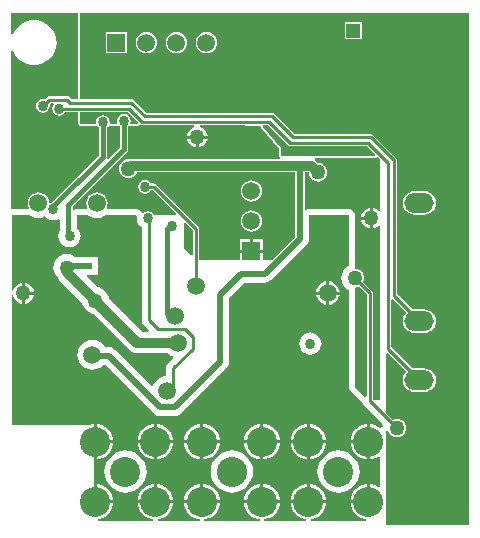
<source format=gbl>
%FSLAX25Y25*%
%MOIN*%
G70*
G01*
G75*
G04 Layer_Physical_Order=2*
G04 Layer_Color=16711680*
%ADD10R,0.03937X0.03937*%
%ADD11R,0.06102X0.09449*%
%ADD12R,0.05315X0.03740*%
%ADD13R,0.03543X0.03740*%
%ADD14R,0.03740X0.05315*%
%ADD15R,0.03937X0.03937*%
%ADD16R,0.03543X0.02559*%
%ADD17O,0.06693X0.01378*%
%ADD18R,0.06300X0.05500*%
%ADD19R,0.05512X0.04134*%
%ADD20R,0.04134X0.05512*%
%ADD21R,0.02000X0.02000*%
%ADD22O,0.02362X0.08661*%
%ADD23O,0.09843X0.02756*%
%ADD24C,0.01000*%
%ADD25C,0.01600*%
%ADD26C,0.02000*%
%ADD27C,0.03200*%
%ADD28C,0.02800*%
%ADD29C,0.04724*%
%ADD30R,0.04724X0.04724*%
%ADD31O,0.09843X0.06693*%
%ADD32C,0.05906*%
%ADD33R,0.05906X0.05906*%
%ADD34R,0.05906X0.05906*%
%ADD35C,0.10000*%
%ADD36C,0.05000*%
%ADD37C,0.03150*%
%ADD38C,0.02400*%
%ADD39C,0.03400*%
%ADD40R,0.02000X0.02000*%
G36*
X324707Y333207D02*
X324707Y333207D01*
X325071Y332964D01*
X325500Y332878D01*
X350926D01*
X353777Y330028D01*
X353585Y329566D01*
X322500D01*
Y332385D01*
X316261Y339422D01*
X316466Y339879D01*
X318035D01*
X324707Y333207D01*
D02*
G37*
G36*
X350879Y283535D02*
Y249659D01*
X350416Y249467D01*
X347039Y252845D01*
Y284958D01*
X346988Y285217D01*
X346932Y285496D01*
X347223Y285903D01*
X347809Y285980D01*
X348251Y286163D01*
X350879Y283535D01*
D02*
G37*
G36*
X275728Y339964D02*
X276157Y339878D01*
X276157Y339879D01*
X293336D01*
X293434Y339388D01*
X292635Y339057D01*
X291904Y338496D01*
X291343Y337765D01*
X290990Y336914D01*
X290936Y336500D01*
X297864D01*
X297810Y336914D01*
X297457Y337765D01*
X296896Y338496D01*
X296165Y339057D01*
X295366Y339388D01*
X295464Y339879D01*
X305350D01*
X315373Y339578D01*
X315612Y339461D01*
X315658Y339331D01*
X315653Y339192D01*
X315736Y339105D01*
X315775Y338992D01*
X321851Y332139D01*
Y329566D01*
X322019Y329159D01*
X321741Y328743D01*
X272500D01*
X271750Y328594D01*
X271500Y328627D01*
X270691Y328520D01*
X269937Y328208D01*
X269289Y327711D01*
X268792Y327063D01*
X268480Y326309D01*
X268373Y325500D01*
X268480Y324691D01*
X268792Y323937D01*
X269289Y323289D01*
X269937Y322792D01*
X270691Y322480D01*
X271500Y322373D01*
X272309Y322480D01*
X273063Y322792D01*
X273711Y323289D01*
X274208Y323937D01*
X274341Y324257D01*
X327008D01*
Y322235D01*
Y302815D01*
X319193Y295000D01*
X316453D01*
Y297500D01*
X308547D01*
Y295000D01*
X295122D01*
Y305500D01*
X295122Y305500D01*
X295036Y305929D01*
X294793Y306293D01*
X280836Y320250D01*
X280472Y320493D01*
X280043Y320578D01*
X280043Y320578D01*
X279060D01*
X278701Y321115D01*
X277941Y321623D01*
X277043Y321802D01*
X276146Y321623D01*
X275385Y321115D01*
X274877Y320354D01*
X274698Y319457D01*
X274877Y318559D01*
X275385Y317798D01*
X276146Y317290D01*
X277043Y317112D01*
X277941Y317290D01*
X278701Y317798D01*
X279060Y318335D01*
X279579D01*
X287452Y310462D01*
X287261Y310000D01*
X280098D01*
X279658Y310658D01*
X278897Y311167D01*
X278000Y311345D01*
X277103Y311167D01*
X276453Y310732D01*
X275970Y310862D01*
X275968Y310865D01*
X275917Y310910D01*
X275883Y310969D01*
X275554Y311345D01*
X275500Y311386D01*
X275463Y311442D01*
X275186Y311627D01*
X274922Y311829D01*
X274857Y311846D01*
X274801Y311884D01*
X274475Y311949D01*
X274154Y312035D01*
X274087Y312026D01*
X274021Y312039D01*
X264483D01*
X264206Y312455D01*
X264461Y313073D01*
X264583Y314000D01*
X264461Y314927D01*
X264103Y315792D01*
X263534Y316534D01*
X262792Y317103D01*
X261927Y317461D01*
X261000Y317583D01*
X260073Y317461D01*
X259208Y317103D01*
X258466Y316534D01*
X257897Y315792D01*
X257539Y314927D01*
X257417Y314000D01*
X257539Y313073D01*
X257794Y312455D01*
X257517Y312039D01*
X254324D01*
X253544Y311884D01*
X253368Y311767D01*
X252927Y312002D01*
Y312909D01*
X271009Y330991D01*
X271009Y330991D01*
X271319Y331454D01*
X271427Y332000D01*
X271427Y332000D01*
Y339688D01*
X271658Y339842D01*
X272001Y339865D01*
X272001D01*
X272017Y339846D01*
Y339846D01*
X272019Y339844D01*
D01*
X272037Y339821D01*
X272037Y339821D01*
X272037Y339821D01*
Y339821D01*
X272240Y339737D01*
X272433Y339634D01*
X272465Y339644D01*
X272497Y339631D01*
X274637D01*
X274757Y339680D01*
X274886D01*
X274977Y339772D01*
X275096Y339821D01*
X275129Y339899D01*
X275607Y340044D01*
X275728Y339964D01*
D02*
G37*
G36*
X355500Y328304D02*
Y311617D01*
X355027Y311457D01*
X354996Y311496D01*
X354265Y312057D01*
X353414Y312410D01*
X353000Y312464D01*
Y309000D01*
Y305536D01*
X353414Y305590D01*
X354265Y305943D01*
X354996Y306504D01*
X355027Y306543D01*
X355500Y306382D01*
Y248500D01*
X353121D01*
Y284000D01*
X353122Y284000D01*
X353036Y284429D01*
X352793Y284793D01*
X352793Y284793D01*
X349837Y287749D01*
X350020Y288191D01*
X350127Y289000D01*
X350020Y289809D01*
X349708Y290563D01*
X349211Y291211D01*
X348563Y291708D01*
X347809Y292020D01*
X347223Y292097D01*
X346932Y292504D01*
X346988Y292783D01*
X347039Y293042D01*
Y310000D01*
X346884Y310780D01*
X346442Y311442D01*
X345780Y311884D01*
X345000Y312039D01*
X331665D01*
X330884Y311884D01*
X330711Y311768D01*
X330270Y312004D01*
Y322235D01*
Y324257D01*
X331571D01*
X331605Y324223D01*
X331704Y323466D01*
X332017Y322712D01*
X332513Y322065D01*
X333161Y321568D01*
X333915Y321255D01*
X334724Y321149D01*
X335534Y321255D01*
X336288Y321568D01*
X336935Y322065D01*
X337432Y322712D01*
X337745Y323466D01*
X337851Y324276D01*
X337745Y325085D01*
X337432Y325839D01*
X336935Y326486D01*
X336288Y326983D01*
X335534Y327296D01*
X334777Y327395D01*
X334086Y328086D01*
X333560Y328438D01*
X333705Y328916D01*
X353585D01*
X353705Y328966D01*
X353834D01*
X353925Y329057D01*
X354045Y329106D01*
X354064Y329153D01*
X354554Y329250D01*
X355500Y328304D01*
D02*
G37*
G36*
X292879Y305035D02*
Y296775D01*
X292417Y296584D01*
X290000Y299000D01*
Y307261D01*
X290462Y307452D01*
X292879Y305035D01*
D02*
G37*
G36*
X345000Y293042D02*
X344731Y292931D01*
X343791Y292209D01*
X343069Y291269D01*
X342616Y290175D01*
X342461Y289000D01*
X342616Y287825D01*
X343069Y286731D01*
X343791Y285791D01*
X344731Y285069D01*
X345000Y284958D01*
Y252000D01*
X349563Y247437D01*
X349645Y247024D01*
X350198Y246198D01*
X356180Y240215D01*
X356367Y239763D01*
X356225Y239621D01*
X356058Y239510D01*
X355946Y239342D01*
X355804Y239200D01*
D01*
Y239200D01*
Y239200D01*
X355804Y239200D01*
Y239200D01*
X355498Y238981D01*
X354850Y239513D01*
X353807Y240070D01*
X352676Y240413D01*
X352000Y240480D01*
Y234500D01*
Y228520D01*
X352676Y228587D01*
X353807Y228930D01*
X354850Y229487D01*
X355009Y229618D01*
X355461Y229404D01*
Y219596D01*
X355009Y219382D01*
X354850Y219513D01*
X353807Y220070D01*
X352676Y220413D01*
X352000Y220480D01*
Y214500D01*
X351500D01*
Y214000D01*
X345520D01*
X345587Y213324D01*
X345930Y212193D01*
X346487Y211151D01*
X347237Y210237D01*
X348150Y209487D01*
X349193Y208930D01*
X350324Y208587D01*
X350714Y208548D01*
X350690Y208049D01*
X332310D01*
X332286Y208548D01*
X332676Y208587D01*
X333807Y208930D01*
X334850Y209487D01*
X335763Y210237D01*
X336513Y211151D01*
X337070Y212193D01*
X337413Y213324D01*
X337480Y214000D01*
X325520D01*
X325587Y213324D01*
X325930Y212193D01*
X326487Y211151D01*
X327237Y210237D01*
X328151Y209487D01*
X329193Y208930D01*
X330324Y208587D01*
X330714Y208548D01*
X330690Y208049D01*
X316810D01*
X316786Y208548D01*
X317176Y208587D01*
X318307Y208930D01*
X319350Y209487D01*
X320263Y210237D01*
X321013Y211151D01*
X321570Y212193D01*
X321913Y213324D01*
X321980Y214000D01*
X310020D01*
X310087Y213324D01*
X310430Y212193D01*
X310987Y211151D01*
X311737Y210237D01*
X312650Y209487D01*
X313693Y208930D01*
X314824Y208587D01*
X315214Y208548D01*
X315190Y208049D01*
X296810D01*
X296786Y208548D01*
X297176Y208587D01*
X298307Y208930D01*
X299349Y209487D01*
X300263Y210237D01*
X301013Y211151D01*
X301570Y212193D01*
X301913Y213324D01*
X301980Y214000D01*
X290020D01*
X290087Y213324D01*
X290430Y212193D01*
X290987Y211151D01*
X291737Y210237D01*
X292651Y209487D01*
X293693Y208930D01*
X294824Y208587D01*
X295214Y208548D01*
X295190Y208049D01*
X281310D01*
X281286Y208548D01*
X281676Y208587D01*
X282807Y208930D01*
X283850Y209487D01*
X284763Y210237D01*
X285513Y211151D01*
X286070Y212193D01*
X286413Y213324D01*
X286480Y214000D01*
X274520D01*
X274587Y213324D01*
X274930Y212193D01*
X275487Y211151D01*
X276237Y210237D01*
X277151Y209487D01*
X278193Y208930D01*
X279324Y208587D01*
X279714Y208548D01*
X279690Y208049D01*
X261310D01*
X261286Y208548D01*
X261676Y208587D01*
X262807Y208930D01*
X263849Y209487D01*
X264763Y210237D01*
X265513Y211151D01*
X266070Y212193D01*
X266413Y213324D01*
X266480Y214000D01*
X260500D01*
Y214500D01*
X260000D01*
Y220852D01*
Y228018D01*
Y228148D01*
Y234500D01*
Y240480D01*
X259324Y240413D01*
X258193Y240070D01*
X258062Y240000D01*
X232549D01*
Y283374D01*
X233048Y283407D01*
X233090Y283086D01*
X233443Y282235D01*
X234004Y281504D01*
X234283Y281289D01*
X234503Y281003D01*
X235088Y280554D01*
X235769Y280272D01*
X236000Y280242D01*
Y284000D01*
Y287464D01*
X235586Y287410D01*
X234735Y287057D01*
X234004Y286496D01*
X233443Y285765D01*
X233090Y284914D01*
X233048Y284593D01*
X232549Y284626D01*
Y310000D01*
X238577D01*
X239002Y309674D01*
X240207Y309175D01*
X241500Y309004D01*
X242793Y309175D01*
X243712Y309555D01*
X243861Y309361D01*
X244634Y308768D01*
X245534Y308395D01*
X246500Y308268D01*
X247466Y308395D01*
X248260Y308724D01*
X248676Y308446D01*
Y304914D01*
X248627Y304850D01*
X248254Y303950D01*
X248127Y302984D01*
X248254Y302018D01*
X248627Y301118D01*
X249220Y300345D01*
X249993Y299752D01*
X250893Y299379D01*
X251859Y299252D01*
X252825Y299379D01*
X253725Y299752D01*
X254498Y300345D01*
X255091Y301118D01*
X255464Y302018D01*
X255591Y302984D01*
X255464Y303950D01*
X255091Y304850D01*
X254498Y305623D01*
X254324Y305756D01*
Y310000D01*
X258077D01*
X258502Y309674D01*
X259707Y309175D01*
X261000Y309004D01*
X262293Y309175D01*
X263498Y309674D01*
X263923Y310000D01*
X274021D01*
X274350Y309624D01*
X274268Y309000D01*
X274395Y308034D01*
X274768Y307134D01*
X275361Y306361D01*
X275951Y305908D01*
Y275000D01*
X276145Y274025D01*
X276698Y273198D01*
X278302Y271593D01*
X278111Y271131D01*
X276004D01*
X264948Y282187D01*
X264884Y282675D01*
X264431Y283769D01*
X263709Y284709D01*
X262769Y285431D01*
X261675Y285884D01*
X261187Y285948D01*
X257623Y289512D01*
X257814Y289974D01*
X258500D01*
X258697Y290000D01*
X261500D01*
Y292803D01*
X261526Y293000D01*
X261500Y293197D01*
Y296000D01*
X258697D01*
X258500Y296026D01*
X253797D01*
X253269Y296431D01*
X252175Y296884D01*
X251000Y297039D01*
X249825Y296884D01*
X248731Y296431D01*
X247791Y295709D01*
X247069Y294769D01*
X246616Y293675D01*
X246461Y292500D01*
X246616Y291325D01*
X247069Y290231D01*
X247791Y289291D01*
X247821Y289267D01*
X247855Y289184D01*
X248432Y288433D01*
X256052Y280813D01*
X256116Y280325D01*
X256569Y279231D01*
X257291Y278291D01*
X258231Y277569D01*
X259325Y277116D01*
X259813Y277052D01*
X271933Y264932D01*
X272685Y264355D01*
X273560Y263993D01*
X274500Y263869D01*
X284596D01*
X285502Y263174D01*
X286194Y262887D01*
X286292Y262397D01*
X284698Y260802D01*
X284145Y259976D01*
X283951Y259000D01*
Y256423D01*
X283207Y256325D01*
X282002Y255826D01*
X280968Y255032D01*
X280174Y253998D01*
X279792Y253076D01*
X279301Y252978D01*
X267140Y265140D01*
X266513Y265620D01*
X266299Y265709D01*
X265783Y265923D01*
X265000Y266026D01*
X263805D01*
X263032Y267032D01*
X261998Y267826D01*
X260793Y268325D01*
X259500Y268495D01*
X258207Y268325D01*
X257002Y267826D01*
X255968Y267032D01*
X255174Y265998D01*
X254675Y264793D01*
X254504Y263500D01*
X254675Y262207D01*
X255174Y261002D01*
X255968Y259968D01*
X257002Y259174D01*
X258207Y258675D01*
X259500Y258505D01*
X260793Y258675D01*
X261998Y259174D01*
X263032Y259968D01*
X263037Y259974D01*
X263747D01*
X279860Y243860D01*
X280487Y243379D01*
X281217Y243077D01*
X282000Y242974D01*
X287000D01*
X287783Y243077D01*
X288299Y243291D01*
X288513Y243379D01*
X289140Y243860D01*
X304140Y258860D01*
X304140Y258860D01*
X304412Y259215D01*
X304621Y259487D01*
X304746Y259789D01*
X304923Y260217D01*
X305026Y261000D01*
Y282247D01*
X310253Y287474D01*
X317000D01*
X317783Y287577D01*
X318299Y287791D01*
X318513Y287879D01*
X319140Y288360D01*
X330779Y299999D01*
X330779Y299999D01*
X331148Y300480D01*
X331259Y300626D01*
X331562Y301356D01*
X331665Y302139D01*
X331665Y302139D01*
Y310000D01*
X345000D01*
Y293042D01*
D02*
G37*
G36*
X385000Y206622D02*
X357500D01*
Y238068D01*
X357990Y238165D01*
X358292Y237437D01*
X358789Y236789D01*
X359437Y236292D01*
X360191Y235980D01*
X361000Y235873D01*
X361809Y235980D01*
X362563Y236292D01*
X363211Y236789D01*
X363708Y237437D01*
X364020Y238191D01*
X364127Y239000D01*
X364020Y239809D01*
X363708Y240563D01*
X363211Y241211D01*
X362563Y241708D01*
X361809Y242020D01*
X361000Y242127D01*
X360191Y242020D01*
X359749Y241837D01*
X357500Y244086D01*
Y263733D01*
X357962Y263924D01*
X364106Y257781D01*
X363478Y256963D01*
X363080Y256003D01*
X362945Y254972D01*
X363080Y253942D01*
X363478Y252982D01*
X364111Y252158D01*
X364935Y251525D01*
X365895Y251128D01*
X366925Y250992D01*
X370075D01*
X371105Y251128D01*
X372065Y251525D01*
X372889Y252158D01*
X373522Y252982D01*
X373920Y253942D01*
X374055Y254972D01*
X373920Y256003D01*
X373522Y256963D01*
X372889Y257787D01*
X372065Y258420D01*
X371105Y258817D01*
X370075Y258953D01*
X366925D01*
X366201Y258858D01*
X359121Y265937D01*
Y281797D01*
X359583Y281988D01*
X364106Y277466D01*
X363478Y276648D01*
X363080Y275688D01*
X362945Y274658D01*
X363080Y273627D01*
X363478Y272667D01*
X364111Y271843D01*
X364935Y271210D01*
X365895Y270813D01*
X366925Y270677D01*
X370075D01*
X371105Y270813D01*
X372065Y271210D01*
X372889Y271843D01*
X373522Y272667D01*
X373920Y273627D01*
X374055Y274658D01*
X373920Y275688D01*
X373522Y276648D01*
X372889Y277472D01*
X372065Y278105D01*
X371105Y278502D01*
X370075Y278638D01*
X366925D01*
X366201Y278543D01*
X361122Y283622D01*
Y328219D01*
X361122Y328219D01*
X361036Y328648D01*
X360793Y329012D01*
X360793Y329012D01*
X352992Y336813D01*
X352628Y337056D01*
X352199Y337141D01*
X352199Y337141D01*
X326945D01*
X320293Y343793D01*
X319929Y344036D01*
X319500Y344122D01*
X319500Y344122D01*
X277450D01*
X273278Y348293D01*
X272915Y348536D01*
X272485Y348622D01*
X272485Y348622D01*
X255500D01*
Y377500D01*
X385000D01*
Y206622D01*
D02*
G37*
G36*
X268000Y339865D02*
X268342Y339842D01*
X268573Y339688D01*
Y332591D01*
X264775Y328793D01*
X264334Y329029D01*
X264427Y329500D01*
Y339188D01*
X264658Y339342D01*
X264918Y339731D01*
X265137Y339821D01*
X265339Y339737D01*
X265532Y339634D01*
X265565Y339644D01*
X265596Y339631D01*
X267503D01*
X267535Y339644D01*
X267567Y339634D01*
X267760Y339737D01*
X267963Y339821D01*
Y339821D01*
X267963Y339821D01*
X267963Y339821D01*
X267982Y339844D01*
Y339844D01*
X267984Y339846D01*
D01*
X268000Y339865D01*
Y339865D01*
D02*
G37*
G36*
X254851Y348622D02*
X252621D01*
X251950Y349293D01*
X251586Y349536D01*
X251157Y349622D01*
X251157Y349622D01*
X245000D01*
X245000Y349622D01*
X244571Y349536D01*
X244207Y349293D01*
X244207Y349293D01*
X243633Y348719D01*
X243000Y348845D01*
X242103Y348667D01*
X241342Y348158D01*
X240833Y347397D01*
X240655Y346500D01*
X240833Y345603D01*
X241342Y344842D01*
X242103Y344333D01*
X243000Y344155D01*
X243897Y344333D01*
X244658Y344842D01*
X245167Y345603D01*
X245345Y346500D01*
X245247Y346992D01*
X245564Y347378D01*
X246459D01*
X246694Y346937D01*
X246333Y346397D01*
X246155Y345500D01*
X246333Y344603D01*
X246842Y343842D01*
X247603Y343333D01*
X248500Y343155D01*
X249397Y343333D01*
X250158Y343842D01*
X250517Y344378D01*
X254851D01*
Y340280D01*
X255041Y339821D01*
X255500Y339631D01*
X260404D01*
X260435Y339644D01*
X260468Y339634D01*
X260661Y339737D01*
X260863Y339821D01*
X261082Y339731D01*
X261342Y339342D01*
X261573Y339188D01*
Y330091D01*
X245659Y314178D01*
X245603Y314167D01*
X245499Y314097D01*
X245043Y314304D01*
X244961Y314927D01*
X244603Y315792D01*
X244034Y316534D01*
X243292Y317103D01*
X242427Y317461D01*
X241500Y317583D01*
X240573Y317461D01*
X239708Y317103D01*
X238966Y316534D01*
X238397Y315792D01*
X238039Y314927D01*
X237917Y314000D01*
X238039Y313073D01*
X238295Y312455D01*
X238017Y312039D01*
X232549D01*
X232500Y312079D01*
Y364719D01*
X232995Y364792D01*
X233047Y364620D01*
X233742Y363319D01*
X234678Y362178D01*
X235819Y361242D01*
X237120Y360547D01*
X238532Y360119D01*
X240000Y359974D01*
X241468Y360119D01*
X242880Y360547D01*
X244181Y361242D01*
X245322Y362178D01*
X246258Y363319D01*
X246953Y364620D01*
X247381Y366032D01*
X247526Y367500D01*
X247381Y368968D01*
X246953Y370380D01*
X246258Y371681D01*
X245322Y372822D01*
X244181Y373758D01*
X242880Y374453D01*
X241468Y374881D01*
X240000Y375026D01*
X238532Y374881D01*
X237120Y374453D01*
X235819Y373758D01*
X234678Y372822D01*
X233742Y371681D01*
X233047Y370380D01*
X232995Y370208D01*
X232500Y370281D01*
Y377500D01*
X254851D01*
Y348622D01*
D02*
G37*
G36*
X274829Y340742D02*
X274637Y340280D01*
X272497D01*
X272179Y340667D01*
X272345Y341500D01*
X272167Y342397D01*
X271658Y343158D01*
X270897Y343667D01*
X270000Y343845D01*
X269103Y343667D01*
X268342Y343158D01*
X267833Y342397D01*
X267655Y341500D01*
X267821Y340667D01*
X267503Y340280D01*
X265596D01*
X265279Y340667D01*
X265345Y341000D01*
X265167Y341897D01*
X264658Y342658D01*
X263897Y343167D01*
X263000Y343345D01*
X262103Y343167D01*
X261342Y342658D01*
X260833Y341897D01*
X260655Y341000D01*
X260721Y340667D01*
X260404Y340280D01*
X255500D01*
Y344378D01*
X271192D01*
X274829Y340742D01*
D02*
G37*
%LPC*%
G36*
X301980Y234000D02*
X296500D01*
Y228520D01*
X297176Y228587D01*
X298307Y228930D01*
X299349Y229487D01*
X300263Y230237D01*
X301013Y231151D01*
X301570Y232193D01*
X301913Y233324D01*
X301980Y234000D01*
D02*
G37*
G36*
X315500D02*
X310020D01*
X310087Y233324D01*
X310430Y232193D01*
X310987Y231151D01*
X311737Y230237D01*
X312650Y229487D01*
X313693Y228930D01*
X314824Y228587D01*
X315500Y228520D01*
Y234000D01*
D02*
G37*
G36*
X321980D02*
X316500D01*
Y228520D01*
X317176Y228587D01*
X318307Y228930D01*
X319350Y229487D01*
X320263Y230237D01*
X321013Y231151D01*
X321570Y232193D01*
X321913Y233324D01*
X321980Y234000D01*
D02*
G37*
G36*
X286480D02*
X281000D01*
Y228520D01*
X281676Y228587D01*
X282807Y228930D01*
X283850Y229487D01*
X284763Y230237D01*
X285513Y231151D01*
X286070Y232193D01*
X286413Y233324D01*
X286480Y234000D01*
D02*
G37*
G36*
X295500Y240480D02*
X294824Y240413D01*
X293693Y240070D01*
X292651Y239513D01*
X291737Y238763D01*
X290987Y237849D01*
X290430Y236807D01*
X290087Y235676D01*
X290020Y235000D01*
X295500D01*
Y240480D01*
D02*
G37*
G36*
Y234000D02*
X290020D01*
X290087Y233324D01*
X290430Y232193D01*
X290987Y231151D01*
X291737Y230237D01*
X292651Y229487D01*
X293693Y228930D01*
X294824Y228587D01*
X295500Y228520D01*
Y234000D01*
D02*
G37*
G36*
X261000Y240480D02*
Y235000D01*
X266480D01*
X266413Y235676D01*
X266070Y236807D01*
X265513Y237849D01*
X264763Y238763D01*
X263849Y239513D01*
X262807Y240070D01*
X261676Y240413D01*
X261000Y240480D01*
D02*
G37*
G36*
X351000Y234000D02*
X345520D01*
X345587Y233324D01*
X345930Y232193D01*
X346487Y231151D01*
X347237Y230237D01*
X348150Y229487D01*
X349193Y228930D01*
X350324Y228587D01*
X351000Y228520D01*
Y234000D01*
D02*
G37*
G36*
X337480D02*
X332000D01*
Y228520D01*
X332676Y228587D01*
X333807Y228930D01*
X334850Y229487D01*
X335763Y230237D01*
X336513Y231151D01*
X337070Y232193D01*
X337413Y233324D01*
X337480Y234000D01*
D02*
G37*
G36*
X281000Y240480D02*
Y235000D01*
X286480D01*
X286413Y235676D01*
X286070Y236807D01*
X285513Y237849D01*
X284763Y238763D01*
X283850Y239513D01*
X282807Y240070D01*
X281676Y240413D01*
X281000Y240480D01*
D02*
G37*
G36*
X280000D02*
X279324Y240413D01*
X278193Y240070D01*
X277151Y239513D01*
X276237Y238763D01*
X275487Y237849D01*
X274930Y236807D01*
X274587Y235676D01*
X274520Y235000D01*
X280000D01*
Y240480D01*
D02*
G37*
G36*
X331000Y234000D02*
X325520D01*
X325587Y233324D01*
X325930Y232193D01*
X326487Y231151D01*
X327237Y230237D01*
X328151Y229487D01*
X329193Y228930D01*
X330324Y228587D01*
X331000Y228520D01*
Y234000D01*
D02*
G37*
G36*
X296500Y220480D02*
Y215000D01*
X301980D01*
X301913Y215676D01*
X301570Y216807D01*
X301013Y217849D01*
X300263Y218763D01*
X299349Y219513D01*
X298307Y220070D01*
X297176Y220413D01*
X296500Y220480D01*
D02*
G37*
G36*
X315500D02*
X314824Y220413D01*
X313693Y220070D01*
X312650Y219513D01*
X311737Y218763D01*
X310987Y217849D01*
X310430Y216807D01*
X310087Y215676D01*
X310020Y215000D01*
X315500D01*
Y220480D01*
D02*
G37*
G36*
X316500D02*
Y215000D01*
X321980D01*
X321913Y215676D01*
X321570Y216807D01*
X321013Y217849D01*
X320263Y218763D01*
X319350Y219513D01*
X318307Y220070D01*
X317176Y220413D01*
X316500Y220480D01*
D02*
G37*
G36*
X295500D02*
X294824Y220413D01*
X293693Y220070D01*
X292651Y219513D01*
X291737Y218763D01*
X290987Y217849D01*
X290430Y216807D01*
X290087Y215676D01*
X290020Y215000D01*
X295500D01*
Y220480D01*
D02*
G37*
G36*
X261000D02*
Y215000D01*
X266480D01*
X266413Y215676D01*
X266070Y216807D01*
X265513Y217849D01*
X264763Y218763D01*
X263849Y219513D01*
X262807Y220070D01*
X261676Y220413D01*
X261000Y220480D01*
D02*
G37*
G36*
X280000D02*
X279324Y220413D01*
X278193Y220070D01*
X277151Y219513D01*
X276237Y218763D01*
X275487Y217849D01*
X274930Y216807D01*
X274587Y215676D01*
X274520Y215000D01*
X280000D01*
Y220480D01*
D02*
G37*
G36*
X281000D02*
Y215000D01*
X286480D01*
X286413Y215676D01*
X286070Y216807D01*
X285513Y217849D01*
X284763Y218763D01*
X283850Y219513D01*
X282807Y220070D01*
X281676Y220413D01*
X281000Y220480D01*
D02*
G37*
G36*
X331000D02*
X330324Y220413D01*
X329193Y220070D01*
X328151Y219513D01*
X327237Y218763D01*
X326487Y217849D01*
X325930Y216807D01*
X325587Y215676D01*
X325520Y215000D01*
X331000D01*
Y220480D01*
D02*
G37*
G36*
X341500Y231534D02*
X340128Y231399D01*
X338808Y230998D01*
X337592Y230348D01*
X336526Y229474D01*
X335651Y228408D01*
X335001Y227192D01*
X334601Y225872D01*
X334466Y224500D01*
X334601Y223128D01*
X335001Y221808D01*
X335651Y220592D01*
X336526Y219526D01*
X337592Y218652D01*
X338808Y218002D01*
X340128Y217601D01*
X341500Y217466D01*
X342872Y217601D01*
X344192Y218002D01*
X345408Y218652D01*
X346474Y219526D01*
X347348Y220592D01*
X347998Y221808D01*
X348399Y223128D01*
X348534Y224500D01*
X348399Y225872D01*
X347998Y227192D01*
X347348Y228408D01*
X346474Y229474D01*
X345408Y230348D01*
X344192Y230998D01*
X342872Y231399D01*
X341500Y231534D01*
D02*
G37*
G36*
X266480Y234000D02*
X261000D01*
Y228520D01*
X261676Y228587D01*
X262807Y228930D01*
X263849Y229487D01*
X264763Y230237D01*
X265513Y231151D01*
X266070Y232193D01*
X266413Y233324D01*
X266480Y234000D01*
D02*
G37*
G36*
X280000D02*
X274520D01*
X274587Y233324D01*
X274930Y232193D01*
X275487Y231151D01*
X276237Y230237D01*
X277151Y229487D01*
X278193Y228930D01*
X279324Y228587D01*
X280000Y228520D01*
Y234000D01*
D02*
G37*
G36*
X306000Y231534D02*
X304628Y231399D01*
X303308Y230998D01*
X302092Y230348D01*
X301026Y229474D01*
X300151Y228408D01*
X299501Y227192D01*
X299101Y225872D01*
X298966Y224500D01*
X299101Y223128D01*
X299501Y221808D01*
X300151Y220592D01*
X301026Y219526D01*
X302092Y218652D01*
X303308Y218002D01*
X304628Y217601D01*
X306000Y217466D01*
X307372Y217601D01*
X308692Y218002D01*
X309908Y218652D01*
X310974Y219526D01*
X311848Y220592D01*
X312498Y221808D01*
X312899Y223128D01*
X313034Y224500D01*
X312899Y225872D01*
X312498Y227192D01*
X311848Y228408D01*
X310974Y229474D01*
X309908Y230348D01*
X308692Y230998D01*
X307372Y231399D01*
X306000Y231534D01*
D02*
G37*
G36*
X332000Y220480D02*
Y215000D01*
X337480D01*
X337413Y215676D01*
X337070Y216807D01*
X336513Y217849D01*
X335763Y218763D01*
X334850Y219513D01*
X333807Y220070D01*
X332676Y220413D01*
X332000Y220480D01*
D02*
G37*
G36*
X351000D02*
X350324Y220413D01*
X349193Y220070D01*
X348150Y219513D01*
X347237Y218763D01*
X346487Y217849D01*
X345930Y216807D01*
X345587Y215676D01*
X345520Y215000D01*
X351000D01*
Y220480D01*
D02*
G37*
G36*
X270500Y231534D02*
X269128Y231399D01*
X267808Y230998D01*
X266592Y230348D01*
X265526Y229474D01*
X264651Y228408D01*
X264001Y227192D01*
X263601Y225872D01*
X263466Y224500D01*
X263601Y223128D01*
X264001Y221808D01*
X264651Y220592D01*
X265526Y219526D01*
X266592Y218652D01*
X267808Y218002D01*
X269128Y217601D01*
X270500Y217466D01*
X271872Y217601D01*
X273192Y218002D01*
X274408Y218652D01*
X275474Y219526D01*
X276348Y220592D01*
X276998Y221808D01*
X277399Y223128D01*
X277534Y224500D01*
X277399Y225872D01*
X276998Y227192D01*
X276348Y228408D01*
X275474Y229474D01*
X274408Y230348D01*
X273192Y230998D01*
X271872Y231399D01*
X270500Y231534D01*
D02*
G37*
G36*
X352000Y312464D02*
X351586Y312410D01*
X350735Y312057D01*
X350004Y311496D01*
X349443Y310765D01*
X349090Y309914D01*
X349036Y309500D01*
X352000D01*
Y312464D01*
D02*
G37*
G36*
X370075Y318008D02*
X366925D01*
X365895Y317872D01*
X364935Y317475D01*
X364111Y316842D01*
X363478Y316018D01*
X363080Y315058D01*
X362945Y314028D01*
X363080Y312997D01*
X363478Y312037D01*
X364111Y311213D01*
X364935Y310580D01*
X365895Y310183D01*
X366925Y310047D01*
X370075D01*
X371105Y310183D01*
X372065Y310580D01*
X372889Y311213D01*
X373522Y312037D01*
X373920Y312997D01*
X374055Y314028D01*
X373920Y315058D01*
X373522Y316018D01*
X372889Y316842D01*
X372065Y317475D01*
X371105Y317872D01*
X370075Y318008D01*
D02*
G37*
G36*
X312500Y321583D02*
X311573Y321461D01*
X310708Y321103D01*
X309966Y320534D01*
X309397Y319792D01*
X309039Y318927D01*
X308917Y318000D01*
X309039Y317073D01*
X309397Y316208D01*
X309966Y315466D01*
X310708Y314897D01*
X311573Y314539D01*
X312500Y314417D01*
X313427Y314539D01*
X314292Y314897D01*
X315034Y315466D01*
X315603Y316208D01*
X315961Y317073D01*
X316083Y318000D01*
X315961Y318927D01*
X315603Y319792D01*
X315034Y320534D01*
X314292Y321103D01*
X313427Y321461D01*
X312500Y321583D01*
D02*
G37*
G36*
X316453Y301953D02*
X313000D01*
Y298500D01*
X316453D01*
Y301953D01*
D02*
G37*
G36*
X312500Y311583D02*
X311573Y311461D01*
X310708Y311103D01*
X309966Y310534D01*
X309397Y309792D01*
X309039Y308927D01*
X308917Y308000D01*
X309039Y307073D01*
X309397Y306208D01*
X309966Y305466D01*
X310708Y304897D01*
X311573Y304539D01*
X312500Y304417D01*
X313427Y304539D01*
X314292Y304897D01*
X315034Y305466D01*
X315603Y306208D01*
X315961Y307073D01*
X316083Y308000D01*
X315961Y308927D01*
X315603Y309792D01*
X315034Y310534D01*
X314292Y311103D01*
X313427Y311461D01*
X312500Y311583D01*
D02*
G37*
G36*
X352000Y308500D02*
X349036D01*
X349090Y308086D01*
X349443Y307235D01*
X350004Y306504D01*
X350735Y305943D01*
X351586Y305590D01*
X352000Y305536D01*
Y308500D01*
D02*
G37*
G36*
X293900Y335500D02*
X290936D01*
X290990Y335086D01*
X291343Y334235D01*
X291904Y333504D01*
X292635Y332943D01*
X293486Y332590D01*
X293900Y332536D01*
Y335500D01*
D02*
G37*
G36*
X297500Y371083D02*
X296573Y370961D01*
X295708Y370603D01*
X294966Y370034D01*
X294397Y369292D01*
X294039Y368427D01*
X293917Y367500D01*
X294039Y366573D01*
X294397Y365708D01*
X294966Y364966D01*
X295708Y364397D01*
X296573Y364039D01*
X297500Y363917D01*
X298427Y364039D01*
X299292Y364397D01*
X300034Y364966D01*
X300603Y365708D01*
X300961Y366573D01*
X301083Y367500D01*
X300961Y368427D01*
X300603Y369292D01*
X300034Y370034D01*
X299292Y370603D01*
X298427Y370961D01*
X297500Y371083D01*
D02*
G37*
G36*
X271053Y371053D02*
X263947D01*
Y363947D01*
X271053D01*
Y371053D01*
D02*
G37*
G36*
X349462Y374462D02*
X343538D01*
Y368538D01*
X349462D01*
Y374462D01*
D02*
G37*
G36*
X297864Y335500D02*
X294900D01*
Y332536D01*
X295314Y332590D01*
X296165Y332943D01*
X296896Y333504D01*
X297457Y334235D01*
X297810Y335086D01*
X297864Y335500D01*
D02*
G37*
G36*
X277500Y371083D02*
X276573Y370961D01*
X275708Y370603D01*
X274966Y370034D01*
X274397Y369292D01*
X274039Y368427D01*
X273917Y367500D01*
X274039Y366573D01*
X274397Y365708D01*
X274966Y364966D01*
X275708Y364397D01*
X276573Y364039D01*
X277500Y363917D01*
X278427Y364039D01*
X279292Y364397D01*
X280034Y364966D01*
X280603Y365708D01*
X280961Y366573D01*
X281083Y367500D01*
X280961Y368427D01*
X280603Y369292D01*
X280034Y370034D01*
X279292Y370603D01*
X278427Y370961D01*
X277500Y371083D01*
D02*
G37*
G36*
X287500D02*
X286573Y370961D01*
X285708Y370603D01*
X284966Y370034D01*
X284397Y369292D01*
X284039Y368427D01*
X283917Y367500D01*
X284039Y366573D01*
X284397Y365708D01*
X284966Y364966D01*
X285708Y364397D01*
X286573Y364039D01*
X287500Y363917D01*
X288427Y364039D01*
X289292Y364397D01*
X290034Y364966D01*
X290603Y365708D01*
X290961Y366573D01*
X291083Y367500D01*
X290961Y368427D01*
X290603Y369292D01*
X290034Y370034D01*
X289292Y370603D01*
X288427Y370961D01*
X287500Y371083D01*
D02*
G37*
G36*
X312000Y301953D02*
X308547D01*
Y298500D01*
X312000D01*
Y301953D01*
D02*
G37*
G36*
X331000Y240480D02*
X330324Y240413D01*
X329193Y240070D01*
X328151Y239513D01*
X327237Y238763D01*
X326487Y237849D01*
X325930Y236807D01*
X325587Y235676D01*
X325520Y235000D01*
X331000D01*
Y240480D01*
D02*
G37*
G36*
X332000D02*
Y235000D01*
X337480D01*
X337413Y235676D01*
X337070Y236807D01*
X336513Y237849D01*
X335763Y238763D01*
X334850Y239513D01*
X333807Y240070D01*
X332676Y240413D01*
X332000Y240480D01*
D02*
G37*
G36*
X351000D02*
X350324Y240413D01*
X349193Y240070D01*
X348150Y239513D01*
X347237Y238763D01*
X346487Y237849D01*
X345930Y236807D01*
X345587Y235676D01*
X345520Y235000D01*
X351000D01*
Y240480D01*
D02*
G37*
G36*
X296500D02*
Y235000D01*
X301980D01*
X301913Y235676D01*
X301570Y236807D01*
X301013Y237849D01*
X300263Y238763D01*
X299349Y239513D01*
X298307Y240070D01*
X297176Y240413D01*
X296500Y240480D01*
D02*
G37*
G36*
X315500D02*
X314824Y240413D01*
X313693Y240070D01*
X312650Y239513D01*
X311737Y238763D01*
X310987Y237849D01*
X310430Y236807D01*
X310087Y235676D01*
X310020Y235000D01*
X315500D01*
Y240480D01*
D02*
G37*
G36*
X316500D02*
Y235000D01*
X321980D01*
X321913Y235676D01*
X321570Y236807D01*
X321013Y237849D01*
X320263Y238763D01*
X319350Y239513D01*
X318307Y240070D01*
X317176Y240413D01*
X316500Y240480D01*
D02*
G37*
G36*
X332150Y270882D02*
X331184Y270754D01*
X330284Y270382D01*
X329511Y269789D01*
X328918Y269016D01*
X328545Y268115D01*
X328418Y267150D01*
X328545Y266184D01*
X328918Y265284D01*
X329511Y264511D01*
X330284Y263918D01*
X331184Y263545D01*
X332150Y263418D01*
X333116Y263545D01*
X334016Y263918D01*
X334788Y264511D01*
X335382Y265284D01*
X335754Y266184D01*
X335881Y267150D01*
X335754Y268115D01*
X335382Y269016D01*
X334788Y269789D01*
X334016Y270382D01*
X333116Y270754D01*
X332150Y270882D01*
D02*
G37*
G36*
X237000Y287464D02*
Y284500D01*
X239964D01*
X239910Y284914D01*
X239557Y285765D01*
X238996Y286496D01*
X238265Y287057D01*
X237414Y287410D01*
X237000Y287464D01*
D02*
G37*
G36*
X337500Y287921D02*
X336968Y287851D01*
X336007Y287453D01*
X335181Y286819D01*
X334547Y285993D01*
X334149Y285032D01*
X334079Y284500D01*
X337500D01*
Y287921D01*
D02*
G37*
G36*
X338500D02*
Y284500D01*
X341921D01*
X341851Y285032D01*
X341453Y285993D01*
X340819Y286819D01*
X339993Y287453D01*
X339032Y287851D01*
X338500Y287921D01*
D02*
G37*
G36*
X337500Y283500D02*
X334079D01*
X334149Y282968D01*
X334547Y282007D01*
X335181Y281181D01*
X336007Y280547D01*
X336968Y280149D01*
X337500Y280079D01*
Y283500D01*
D02*
G37*
G36*
X341921D02*
X338500D01*
Y280079D01*
X339032Y280149D01*
X339993Y280547D01*
X340819Y281181D01*
X341453Y282007D01*
X341851Y282968D01*
X341921Y283500D01*
D02*
G37*
G36*
X239964D02*
X237000D01*
Y280242D01*
X237231Y280272D01*
X237912Y280554D01*
X238497Y281003D01*
X238717Y281289D01*
X238996Y281504D01*
X239557Y282235D01*
X239910Y283086D01*
X239964Y283500D01*
D02*
G37*
%LPD*%
D21*
X328639Y322235D02*
D03*
Y325235D02*
D03*
D24*
X352000Y248000D02*
X361000Y239000D01*
X352000Y248000D02*
Y284000D01*
X347000Y289000D02*
X352000Y284000D01*
X290500Y272000D02*
X293000Y269500D01*
X281500Y272000D02*
X290500D01*
X278500Y275000D02*
X281500Y272000D01*
X293000Y265500D02*
Y269500D01*
X286500Y259000D02*
X293000Y265500D01*
X286500Y251500D02*
Y259000D01*
X284502Y277342D02*
X285276Y276568D01*
X278500Y275000D02*
Y308500D01*
X352199Y336020D02*
X360000Y328219D01*
X326480Y336020D02*
X352199D01*
X319500Y343000D02*
X326480Y336020D01*
X351390Y334000D02*
X358000Y327390D01*
X325500Y334000D02*
X351390D01*
X318500Y341000D02*
X325500Y334000D01*
X284498Y283498D02*
X284502D01*
X271500Y325500D02*
X272500Y326500D01*
X248500Y345500D02*
X271657D01*
X252157Y347500D02*
X272485D01*
X271657Y345500D02*
X276157Y341000D01*
X272485Y347500D02*
X276985Y343000D01*
X319500D01*
X276157Y341000D02*
X318500D01*
X284498Y283498D02*
X284500Y283500D01*
Y251500D02*
X286500D01*
X278000Y308500D02*
Y309000D01*
Y308500D02*
X278500D01*
X284500Y305500D02*
X286000Y307000D01*
X251500Y303343D02*
X251859Y302984D01*
X294400Y336000D02*
X294500D01*
X259500Y263500D02*
X260000Y263000D01*
X251000Y291000D02*
Y292000D01*
X330000Y326500D02*
X330340Y326160D01*
X251000Y292500D02*
X251500Y293000D01*
X294000Y286500D02*
Y305500D01*
X277043Y319457D02*
X280043D01*
X294000Y305500D01*
X251157Y348500D02*
X252157Y347500D01*
X245000Y348500D02*
X251157D01*
X243000Y346500D02*
X245000Y348500D01*
X360000Y283157D02*
Y328219D01*
Y283157D02*
X368500Y274658D01*
X358000Y265472D02*
Y327390D01*
Y265472D02*
X368500Y254972D01*
D25*
X284502Y277342D02*
Y283498D01*
X284500Y283500D02*
Y305500D01*
X251500Y303343D02*
Y313500D01*
X270000Y332000D01*
Y341500D01*
X236500Y283000D02*
Y284000D01*
X246500Y312000D02*
Y313000D01*
X263000Y329500D01*
Y341000D01*
D26*
X317000Y290500D02*
X328639Y302139D01*
X265000Y263000D02*
X282000Y246000D01*
X260000Y263000D02*
X265000D01*
X282000Y246000D02*
X287000D01*
X302000Y261000D01*
X255500Y293000D02*
X258500D01*
X251500D02*
X255500D01*
X328639Y322235D02*
Y325235D01*
Y302139D02*
Y322235D01*
X302000Y261000D02*
Y283500D01*
X309000Y290500D01*
X317000D01*
D27*
X274500Y267500D02*
X286500D01*
X260500Y281500D02*
X274500Y267500D01*
X251000Y291000D02*
X260500Y281500D01*
X332500Y326500D02*
X334724Y324276D01*
X272500Y326500D02*
X330000D01*
X332500D01*
D29*
X346500Y341500D02*
D03*
D30*
Y371500D02*
D03*
D31*
X368500Y314028D02*
D03*
Y294342D02*
D03*
Y274658D02*
D03*
Y254972D02*
D03*
D32*
X297500Y367500D02*
D03*
X287500D02*
D03*
X277500D02*
D03*
X312500Y318000D02*
D03*
Y308000D02*
D03*
X338000Y284000D02*
D03*
X261000Y314000D02*
D03*
X241500D02*
D03*
X287000Y276500D02*
D03*
X294000Y286500D02*
D03*
X288000Y267500D02*
D03*
X284500Y251500D02*
D03*
X259500Y263500D02*
D03*
D33*
X267500Y367500D02*
D03*
D34*
X312500Y298000D02*
D03*
D35*
X280500Y214500D02*
D03*
X260500D02*
D03*
X280500Y234500D02*
D03*
X260500D02*
D03*
X270500Y224500D02*
D03*
X316000Y214500D02*
D03*
X296000D02*
D03*
X316000Y234500D02*
D03*
X296000D02*
D03*
X306000Y224500D02*
D03*
X351500Y214500D02*
D03*
X331500D02*
D03*
X351500Y234500D02*
D03*
X331500D02*
D03*
X341500Y224500D02*
D03*
D36*
X361000Y239000D02*
D03*
X347000Y289000D02*
D03*
X251000Y292500D02*
D03*
X260500Y281500D02*
D03*
X334724Y324276D02*
D03*
X271500Y325500D02*
D03*
X294400Y336000D02*
D03*
X236500Y284000D02*
D03*
X352500Y309000D02*
D03*
D38*
X294500Y352000D02*
D03*
X298000D02*
D03*
X301500D02*
D03*
X279000D02*
D03*
X282500D02*
D03*
X286000D02*
D03*
X275000Y355500D02*
D03*
Y352000D02*
D03*
X264000D02*
D03*
X267500D02*
D03*
X271000D02*
D03*
X290500D02*
D03*
X288000Y355500D02*
D03*
X275000Y359000D02*
D03*
X271500D02*
D03*
Y355500D02*
D03*
X306500Y347500D02*
D03*
X310000D02*
D03*
X313500D02*
D03*
X306500Y351000D02*
D03*
X310000D02*
D03*
X313500D02*
D03*
Y354500D02*
D03*
X310000D02*
D03*
X306500D02*
D03*
X303000Y355500D02*
D03*
X283000Y362500D02*
D03*
X273000D02*
D03*
X260500Y352000D02*
D03*
X262000Y359500D02*
D03*
Y355500D02*
D03*
X306500Y358000D02*
D03*
X310000D02*
D03*
X313500D02*
D03*
X303000Y359000D02*
D03*
X317000Y347500D02*
D03*
Y351000D02*
D03*
Y354500D02*
D03*
D39*
X248500Y345500D02*
D03*
X286000Y306500D02*
D03*
X277043Y319457D02*
D03*
X278000Y309000D02*
D03*
X246500Y312000D02*
D03*
X263000Y341000D02*
D03*
X251859Y302984D02*
D03*
X270000Y341500D02*
D03*
X332150Y267150D02*
D03*
X243000Y346500D02*
D03*
D40*
X258500Y293000D02*
D03*
X255500D02*
D03*
M02*

</source>
